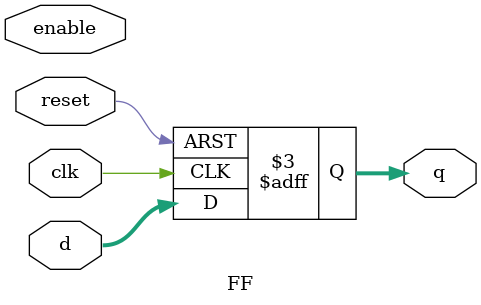
<source format=v>
module FF #(
parameter WIDTH = 32
)
(
input clk,
input reset, 
input [WIDTH-1:0] d,
input enable, 
output reg [WIDTH-1:0] q
);
always @ (negedge reset or posedge clk)
begin
	// Reset whenever the reset signal goes low, regardless of the clock
	// or the clock enable
	if (!reset)
	begin
		q <= 32'b0;
	end
	// If not resetting, and the clock signal is enabled on this register,
	// update the register output on the clock's rising edge
	else
	begin
		if (clk)
		begin
			q <= d;
		end
	end
end
endmodule 
</source>
